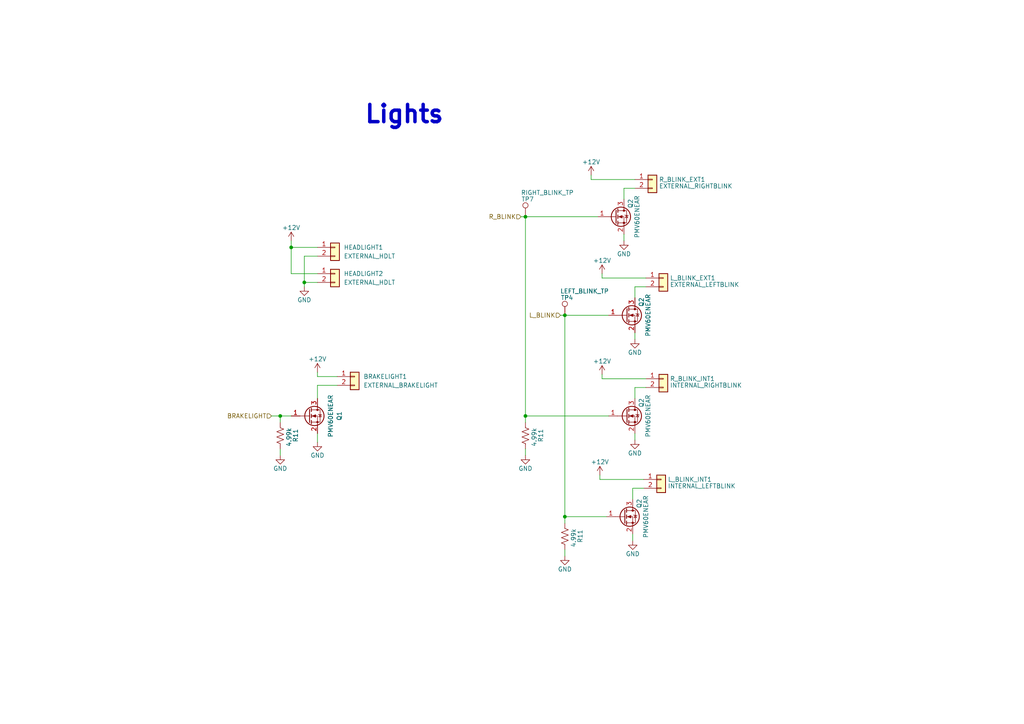
<source format=kicad_sch>
(kicad_sch (version 20230121) (generator eeschema)
  (paper "A4")
  (lib_symbols
    (symbol "Connector:TestPoint" (pin_numbers hide) (pin_names (offset 0.762) hide)
      (property "Reference" "TP" (at 0 6.858 0))
      (property "Value" "TestPoint" (at 0 5.08 0))
      (symbol "TestPoint_0_1"
        (circle (center 0 3.302) (radius 0.762))
      )
      (symbol "TestPoint_1_1"
        (pin passive line (at 0 0 90) (length 2.54) (name "1") (number "1"))
      )
    )
    (symbol "Connector_Generic:Conn_01x02" (pin_names (offset 1.016) hide)
      (property "Reference" "J" (at 0 2.54 0))
      (property "Value" "Conn_01x02" (at 0 -5.08 0))
      (symbol "Conn_01x02_1_1"
        (rectangle (start -1.27 -2.413) (end 0 -2.667) (stroke (width 0.1524)))
        (rectangle (start -1.27 0.127) (end 0 -0.127) (stroke (width 0.1524)))
        (rectangle (start -1.27 1.27) (end 1.27 -3.81) (stroke (width 0.254)) (fill (type background)))
        (pin passive line (at -5.08 0 0) (length 3.81) (name "Pin_1") (number "1"))
        (pin passive line (at -5.08 -2.54 0) (length 3.81) (name "Pin_2") (number "2"))
      )
    )
    (symbol "Device:R_US" (pin_numbers hide) (pin_names (offset 0))
      (property "Reference" "R" (at 2.54 0 90))
      (property "Value" "R_US" (at -2.54 0 90))
      (symbol "R_US_0_1"
        (polyline (pts (xy 0 -2.286) (xy 0 -2.54)))
        (polyline (pts (xy 0 2.286) (xy 0 2.54)))
        (polyline (pts (xy 0 -0.762) (xy 1.016 -1.143) (xy 0 -1.524) (xy -1.016 -1.905) (xy 0 -2.286)))
        (polyline (pts (xy 0 0.762) (xy 1.016 0.381) (xy 0 0) (xy -1.016 -0.381) (xy 0 -0.762)))
        (polyline (pts (xy 0 2.286) (xy 1.016 1.905) (xy 0 1.524) (xy -1.016 1.143) (xy 0 0.762)))
      )
      (symbol "R_US_1_1"
        (pin passive line (at 0 3.81 270) (length 1.27) (name "~") (number "1"))
        (pin passive line (at 0 -3.81 90) (length 1.27) (name "~") (number "2"))
      )
    )
    (symbol "Transistor_FET:2N7002" (pin_names hide)
      (property "Reference" "Q" (at 5.08 1.905 0))
      (property "Value" "2N7002" (at 5.08 0 0))
      (symbol "2N7002_0_1"
        (polyline (pts (xy 0.254 0) (xy -2.54 0)))
        (polyline (pts (xy 0.254 1.905) (xy 0.254 -1.905)) (stroke (width 0.254)))
        (polyline (pts (xy 0.762 -1.27) (xy 0.762 -2.286)) (stroke (width 0.254)))
        (polyline (pts (xy 0.762 0.508) (xy 0.762 -0.508)) (stroke (width 0.254)))
        (polyline (pts (xy 0.762 2.286) (xy 0.762 1.27)) (stroke (width 0.254)))
        (polyline (pts (xy 2.54 2.54) (xy 2.54 1.778)))
        (polyline (pts (xy 2.54 -2.54) (xy 2.54 0) (xy 0.762 0)))
        (polyline (pts (xy 0.762 -1.778) (xy 3.302 -1.778) (xy 3.302 1.778) (xy 0.762 1.778)))
        (polyline (pts (xy 1.016 0) (xy 2.032 0.381) (xy 2.032 -0.381) (xy 1.016 0)) (fill (type outline)))
        (polyline (pts (xy 2.794 0.508) (xy 2.921 0.381) (xy 3.683 0.381) (xy 3.81 0.254)))
        (polyline (pts (xy 3.302 0.381) (xy 2.921 -0.254) (xy 3.683 -0.254) (xy 3.302 0.381)))
        (circle (center 1.651 0) (radius 2.794) (stroke (width 0.254)))
        (circle (center 2.54 -1.778) (radius 0.254) (fill (type outline)))
        (circle (center 2.54 1.778) (radius 0.254) (fill (type outline)))
      )
      (symbol "2N7002_1_1"
        (pin input line (at -5.08 0 0) (length 2.54) (name "G") (number "1"))
        (pin passive line (at 2.54 -5.08 90) (length 2.54) (name "S") (number "2"))
        (pin passive line (at 2.54 5.08 270) (length 2.54) (name "D") (number "3"))
      )
    )
    (symbol "power:+12V" (power) (pin_names (offset 0))
      (property "Value" "+12V" (at 0 3.556 0))
      (symbol "+12V_0_1"
        (polyline (pts (xy -0.762 1.27) (xy 0 2.54)))
        (polyline (pts (xy 0 0) (xy 0 2.54)))
        (polyline (pts (xy 0 2.54) (xy 0.762 1.27)))
      )
      (symbol "+12V_1_1"
        (pin power_in line (at 0 0 90) (length 0) hide (name "+12V") (number "1"))
      )
    )
    (symbol "power:GND" (power) (pin_names (offset 0))
      (property "Value" "GND" (at 0 -3.81 0))
      (symbol "GND_0_1"
        (polyline (pts (xy 0 0) (xy 0 -1.27) (xy 1.27 -1.27) (xy 0 -2.54) (xy -1.27 -1.27) (xy 0 -1.27)))
      )
      (symbol "GND_1_1"
        (pin power_in line (at 0 0 270) (length 0) hide (name "GND") (number "1"))
      )
    )
  )
  (junction (at 81.28 120.65))
  (junction (at 84.455 71.755))
  (junction (at 152.4 120.65))
  (junction (at 88.265 81.915))
  (junction (at 163.83 91.44))
  (junction (at 163.83 149.86))
  (junction (at 152.4 62.865))
  (wire (pts (xy 184.15 112.395) (xy 187.325 112.395)))
  (wire (pts (xy 173.99 139.065) (xy 186.69 139.065)))
  (wire (pts (xy 163.83 149.86) (xy 175.895 149.86)))
  (wire (pts (xy 92.075 71.755) (xy 84.455 71.755)))
  (wire (pts (xy 151.13 62.865) (xy 152.4 62.865)))
  (wire (pts (xy 92.075 107.95) (xy 92.075 109.22)))
  (wire (pts (xy 183.515 141.605) (xy 183.515 144.78)))
  (wire (pts (xy 84.455 71.755) (xy 84.455 79.375)))
  (wire (pts (xy 173.99 137.795) (xy 173.99 139.065)))
  (wire (pts (xy 88.265 83.185) (xy 88.265 81.915)))
  (wire (pts (xy 92.075 125.73) (xy 92.075 128.27)))
  (wire (pts (xy 163.83 91.44) (xy 163.83 149.86)))
  (wire (pts (xy 84.455 69.85) (xy 84.455 71.755)))
  (wire (pts (xy 81.28 120.65) (xy 81.28 122.555)))
  (wire (pts (xy 174.625 80.645) (xy 187.325 80.645)))
  (wire (pts (xy 184.15 96.52) (xy 184.15 98.425)))
  (wire (pts (xy 92.075 74.295) (xy 88.265 74.295)))
  (wire (pts (xy 171.45 52.07) (xy 184.15 52.07)))
  (wire (pts (xy 152.4 120.65) (xy 152.4 122.555)))
  (wire (pts (xy 163.83 149.86) (xy 163.83 151.765)))
  (wire (pts (xy 81.28 130.175) (xy 81.28 132.08)))
  (wire (pts (xy 92.075 111.76) (xy 97.79 111.76)))
  (wire (pts (xy 88.265 74.295) (xy 88.265 81.915)))
  (wire (pts (xy 184.15 83.185) (xy 184.15 86.36)))
  (wire (pts (xy 176.53 91.44) (xy 163.83 91.44)))
  (wire (pts (xy 180.975 54.61) (xy 180.975 57.785)))
  (wire (pts (xy 174.625 79.375) (xy 174.625 80.645)))
  (wire (pts (xy 152.4 120.65) (xy 176.53 120.65)))
  (wire (pts (xy 183.515 141.605) (xy 186.69 141.605)))
  (wire (pts (xy 78.74 120.65) (xy 81.28 120.65)))
  (wire (pts (xy 180.975 54.61) (xy 184.15 54.61)))
  (wire (pts (xy 162.56 91.44) (xy 163.83 91.44)))
  (wire (pts (xy 174.625 108.585) (xy 174.625 109.855)))
  (wire (pts (xy 184.15 125.73) (xy 184.15 127.635)))
  (wire (pts (xy 163.83 159.385) (xy 163.83 161.29)))
  (wire (pts (xy 173.355 62.865) (xy 152.4 62.865)))
  (wire (pts (xy 184.15 83.185) (xy 187.325 83.185)))
  (wire (pts (xy 152.4 130.175) (xy 152.4 132.08)))
  (wire (pts (xy 184.15 112.395) (xy 184.15 115.57)))
  (wire (pts (xy 92.075 109.22) (xy 97.79 109.22)))
  (wire (pts (xy 183.515 154.94) (xy 183.515 156.845)))
  (wire (pts (xy 152.4 62.865) (xy 152.4 120.65)))
  (wire (pts (xy 171.45 50.8) (xy 171.45 52.07)))
  (wire (pts (xy 81.28 120.65) (xy 84.455 120.65)))
  (wire (pts (xy 92.075 115.57) (xy 92.075 111.76)))
  (wire (pts (xy 174.625 109.855) (xy 187.325 109.855)))
  (wire (pts (xy 84.455 79.375) (xy 92.075 79.375)))
  (wire (pts (xy 180.975 67.945) (xy 180.975 69.85)))
  (wire (pts (xy 88.265 81.915) (xy 92.075 81.915)))
  (text "Lights" (at 105.41 36.195 0) (effects (font (size 5 5) (thickness 1) bold) (justify left bottom)))
  (hierarchical_label "R_BLINK" (shape input) (at 151.13 62.865 180))
  (hierarchical_label "L_BLINK" (shape input) (at 162.56 91.44 180))
  (hierarchical_label "BRAKELIGHT" (shape input) (at 78.74 120.65 180))
  (symbol (lib_id "power:+12V") (at 174.625 108.585 0) (unit 1)
    (property "Reference" "#PWR032" (effects hide))
    (property "Value" "+12V" (at 174.625 104.775 0))
  )
  (symbol (lib_id "power:GND") (at 180.975 69.85 0) (unit 1)
    (property "Reference" "#PWR07" (effects hide))
    (property "Value" "GND" (at 180.975 73.66 0))
  )
  (symbol (lib_id "power:GND") (at 88.265 83.185 0) (unit 1)
    (property "Reference" "#PWR023" (effects hide))
    (property "Value" "GND" (at 88.265 86.995 0))
  )
  (symbol (lib_id "power:GND") (at 183.515 156.845 0) (unit 1)
    (property "Reference" "#PWR029" (effects hide))
    (property "Value" "GND" (at 183.515 160.655 0))
  )
  (symbol (lib_id "Transistor_FET:2N7002") (at 181.61 120.65 0) (unit 1)
    (property "Reference" "Q2" (at 186.055 116.84 90))
    (property "Value" "PMV60ENEAR" (at 187.96 120.65 90))
    (property "Footprint" "Package_TO_SOT_SMD:SOT-23" (effects hide))
    (property "Datasheet" "https://www.mouser.com/datasheet/2/916/PMV60ENEA-1595922.pdf" (effects hide))
    (property "PN" "PMV60ENEAR" (effects hide))
    (property "Mouser PN" "771-PMV60ENEAR" (effects hide))
    (instances (project "Controls-LightingPCB" (path "" (reference "Q2") (unit 1)) (path "" (reference "Q2") (unit 1))) (project "Controls-LeaderDaughterPCB" (path "" (reference "Q4") (unit 1))))
  )
  (symbol (lib_id "Transistor_FET:2N7002") (at 180.975 149.86 0) (unit 1)
    (property "Reference" "Q2" (at 185.42 146.05 90))
    (property "Value" "PMV60ENEAR" (at 187.325 149.86 90))
    (property "Footprint" "Package_TO_SOT_SMD:SOT-23" (effects hide))
    (property "Datasheet" "https://www.mouser.com/datasheet/2/916/PMV60ENEA-1595922.pdf" (effects hide))
    (property "PN" "PMV60ENEAR" (effects hide))
    (property "Mouser PN" "771-PMV60ENEAR" (effects hide))
    (instances (project "Controls-LightingPCB" (path "" (reference "Q2") (unit 1)) (path "" (reference "Q2") (unit 1))) (project "Controls-LeaderDaughterPCB" (path "" (reference "Q5") (unit 1))))
  )
  (symbol (lib_id "Transistor_FET:2N7002") (at 178.435 62.865 0) (unit 1)
    (property "Reference" "Q2" (at 182.88 59.055 90))
    (property "Value" "PMV60ENEAR" (at 184.785 62.865 90))
    (property "Footprint" "Package_TO_SOT_SMD:SOT-23" (effects hide))
    (property "Datasheet" "https://www.mouser.com/datasheet/2/916/PMV60ENEA-1595922.pdf" (effects hide))
    (property "PN" "PMV60ENEAR" (effects hide))
    (property "Mouser PN" "771-PMV60ENEAR" (effects hide))
    (instances (project "Controls-LightingPCB" (path "" (reference "Q2") (unit 1)) (path "" (reference "Q2") (unit 1))) (project "Controls-LeaderDaughterPCB" (path "" (reference "Q3") (unit 1))))
  )
  (symbol (lib_id "power:+12V") (at 174.625 79.375 0) (unit 1)
    (property "Reference" "#PWR026" (effects hide))
    (property "Value" "+12V" (at 174.625 75.565 0))
  )
  (symbol (lib_id "Device:R_US") (at 81.28 126.365 0) (unit 1)
    (property "Reference" "R11" (at 85.725 128.27 90) (effects (justify left)))
    (property "Value" "4.99k" (at 83.82 129.54 90) (effects (justify left)))
    (property "Footprint" "Resistor_SMD:R_0805_2012Metric" (effects hide))
    (property "Datasheet" "https://www.vishay.com/docs/28773/crcwce3.pdf" (effects hide))
    (property "PN" "CRCW08054K99FKEAC" (effects hide))
    (property "Mouser PN" "71-CRCW08054K99FKEAC " (effects hide))
    (instances (project "Dashboard" (path "" (reference "R11") (unit 1))) (project "Controls-LeaderDaughterPCB" (path "" (reference "R26") (unit 1)) (path "" (reference "R3") (unit 1)) (path "" (reference "R16") (unit 1))))
  )
  (symbol (lib_id "power:+12V") (at 84.455 69.85 0) (unit 1)
    (property "Reference" "#PWR035" (effects hide))
    (property "Value" "+12V" (at 84.455 66.04 0))
  )
  (symbol (lib_id "power:+12V") (at 92.075 107.95 0) (unit 1)
    (property "Reference" "#PWR034" (effects hide))
    (property "Value" "+12V" (at 92.075 104.14 0))
  )
  (symbol (lib_id "Connector_Generic:Conn_01x02") (at 102.87 109.22 0) (unit 1)
    (property "Reference" "BRAKELIGHT1" (at 105.41 109.2199 0) (effects (justify left)))
    (property "Value" "EXTERNAL_BRAKELIGHT" (at 105.41 111.7599 0) (effects (justify left)))
    (property "Footprint" "Connector_Molex:Molex_Micro-Fit_3.0_43650-0215_1x02_P3.00mm_Vertical" (effects hide))
    (property "Datasheet" "https://www.molex.com/content/dam/molex/molex-dot-com/products/automated/en-us/productspecificationpdf/436/43650/PS-43650-001.pdf?inline" (effects hide))
    (property "PN" "43650-0215" (effects hide))
    (property "Mouser PN" "538-43650-0215" (effects hide))
  )
  (symbol (lib_id "Device:R_US") (at 152.4 126.365 0) (unit 1)
    (property "Reference" "R11" (at 156.845 128.27 90) (effects (justify left)))
    (property "Value" "4.99k" (at 154.94 129.54 90) (effects (justify left)))
    (property "Footprint" "Resistor_SMD:R_0805_2012Metric" (effects hide))
    (property "Datasheet" "https://www.vishay.com/docs/28773/crcwce3.pdf" (effects hide))
    (property "PN" "CRCW08054K99FKEAC" (effects hide))
    (property "Mouser PN" "71-CRCW08054K99FKEAC " (effects hide))
    (instances (project "Dashboard" (path "" (reference "R11") (unit 1))) (project "Controls-LeaderDaughterPCB" (path "" (reference "R26") (unit 1)) (path "" (reference "R3") (unit 1)) (path "" (reference "R15") (unit 1))))
  )
  (symbol (lib_id "power:GND") (at 81.28 132.08 0) (unit 1)
    (property "Reference" "#PWR031" (effects hide))
    (property "Value" "GND" (at 81.28 135.89 0))
    (instances (project "Controls-LeaderDaughterPCB" (path "" (reference "#PWR031") (unit 1)) (path "" (reference "#PWR039") (unit 1))))
  )
  (symbol (lib_id "power:+12V") (at 171.45 50.8 0) (unit 1)
    (property "Reference" "#PWR024" (effects hide))
    (property "Value" "+12V" (at 171.45 46.99 0))
  )
  (symbol (lib_id "Connector_Generic:Conn_01x02") (at 191.77 139.065 0) (unit 1)
    (property "Reference" "L_BLINK_INT1" (at 193.675 139.065 0) (effects (justify left)))
    (property "Value" "INTERNAL_LEFTBLINK" (at 193.675 140.97 0) (effects (justify left)))
    (property "Footprint" "Connector_Molex:Molex_Micro-Fit_3.0_43650-0215_1x02_P3.00mm_Vertical" (effects hide))
    (property "Datasheet" "https://www.molex.com/content/dam/molex/molex-dot-com/products/automated/en-us/productspecificationpdf/436/43650/PS-43650-001.pdf?inline" (effects hide))
    (property "PN" "43650-0215" (effects hide))
    (property "Mouser PN" "538-43650-0215" (effects hide))
  )
  (symbol (lib_id "Connector:TestPoint") (at 152.4 62.865 0) (unit 1)
    (property "Reference" "TP7" (at 153.035 57.785 0))
    (property "Value" "RIGHT_BLINK_TP" (at 158.75 55.88 0))
    (property "Footprint" "TestPoint:TestPoint_Pad_1.5x1.5mm" (effects hide))
    (instances (project "Controls-LightingPCB" (path "" (reference "TP7") (unit 1))) (project "Controls-LeaderDaughterPCB" (path "" (reference "TP6") (unit 1)) (path "" (reference "TP4") (unit 1))))
  )
  (symbol (lib_id "Connector_Generic:Conn_01x02") (at 192.405 109.855 0) (unit 1)
    (property "Reference" "R_BLINK_INT1" (at 194.31 109.855 0) (effects (justify left)))
    (property "Value" "INTERNAL_RIGHTBLINK" (at 194.31 111.76 0) (effects (justify left)))
    (property "Footprint" "Connector_Molex:Molex_Micro-Fit_3.0_43650-0215_1x02_P3.00mm_Vertical" (effects hide))
    (property "Datasheet" "https://www.molex.com/content/dam/molex/molex-dot-com/products/automated/en-us/productspecificationpdf/436/43650/PS-43650-001.pdf?inline" (effects hide))
    (property "PN" "43650-0215" (effects hide))
    (property "Mouser PN" "538-43650-0215" (effects hide))
  )
  (symbol (lib_id "power:GND") (at 184.15 127.635 0) (unit 1)
    (property "Reference" "#PWR027" (effects hide))
    (property "Value" "GND" (at 184.15 131.445 0))
  )
  (symbol (lib_id "Connector:TestPoint") (at 163.83 91.44 0) (unit 1)
    (property "Reference" "TP4" (at 164.465 86.36 0))
    (property "Value" "LEFT_BLINK_TP" (at 169.545 84.455 0))
    (property "Footprint" "TestPoint:TestPoint_Pad_1.5x1.5mm" (effects hide))
    (instances (project "Controls-LightingPCB" (path "" (reference "TP4") (unit 1))) (project "Controls-LeaderDaughterPCB" (path "" (reference "TP7") (unit 1)) (path "" (reference "TP5") (unit 1))))
  )
  (symbol (lib_id "Transistor_FET:2N7002") (at 181.61 91.44 0) (unit 1)
    (property "Reference" "Q2" (at 186.055 87.63 90))
    (property "Value" "PMV60ENEAR" (at 187.96 91.44 90))
    (property "Footprint" "Package_TO_SOT_SMD:SOT-23" (effects hide))
    (property "Datasheet" "https://www.mouser.com/datasheet/2/916/PMV60ENEA-1595922.pdf" (effects hide))
    (property "PN" "PMV60ENEAR" (effects hide))
    (property "Mouser PN" "771-PMV60ENEAR" (effects hide))
    (instances (project "Controls-LightingPCB" (path "" (reference "Q2") (unit 1)) (path "" (reference "Q2") (unit 1))) (project "Controls-LeaderDaughterPCB" (path "" (reference "Q6") (unit 1))))
  )
  (symbol (lib_id "Connector_Generic:Conn_01x02") (at 189.23 52.07 0) (unit 1)
    (property "Reference" "R_BLINK_EXT1" (at 191.135 52.07 0) (effects (justify left)))
    (property "Value" "EXTERNAL_RIGHTBLINK" (at 191.135 53.975 0) (effects (justify left)))
    (property "Footprint" "Connector_Molex:Molex_Micro-Fit_3.0_43650-0215_1x02_P3.00mm_Vertical" (effects hide))
    (property "Datasheet" "https://www.molex.com/content/dam/molex/molex-dot-com/products/automated/en-us/productspecificationpdf/436/43650/PS-43650-001.pdf?inline" (effects hide))
    (property "PN" "43650-0215" (effects hide))
    (property "Mouser PN" "538-43650-0215" (effects hide))
  )
  (symbol (lib_id "Connector_Generic:Conn_01x02") (at 97.155 71.755 0) (unit 1)
    (property "Reference" "HEADLIGHT1" (at 99.695 71.7549 0) (effects (justify left)))
    (property "Value" "EXTERNAL_HDLT" (at 99.695 74.2949 0) (effects (justify left)))
    (property "Footprint" "Connector_Molex:Molex_Micro-Fit_3.0_43650-0215_1x02_P3.00mm_Vertical" (effects hide))
    (property "Datasheet" "https://www.molex.com/content/dam/molex/molex-dot-com/products/automated/en-us/productspecificationpdf/436/43650/PS-43650-001.pdf?inline" (effects hide))
    (property "PN" "43650-0215" (effects hide))
    (property "Mouser PN" "538-43650-0215" (effects hide))
  )
  (symbol (lib_id "power:GND") (at 163.83 161.29 0) (unit 1)
    (property "Reference" "#PWR031" (effects hide))
    (property "Value" "GND" (at 163.83 165.1 0))
    (instances (project "Controls-LeaderDaughterPCB" (path "" (reference "#PWR031") (unit 1)) (path "" (reference "#PWR033") (unit 1))))
  )
  (symbol (lib_id "power:GND") (at 184.15 98.425 0) (unit 1)
    (property "Reference" "#PWR025" (effects hide))
    (property "Value" "GND" (at 184.15 102.235 0))
  )
  (symbol (lib_id "Transistor_FET:2N7002") (at 89.535 120.65 0) (unit 1)
    (property "Reference" "Q1" (at 98.425 120.65 90))
    (property "Value" "PMV60ENEAR" (at 95.885 120.65 90))
    (property "Footprint" "Package_TO_SOT_SMD:SOT-23" (effects hide))
    (property "Datasheet" "https://www.mouser.com/datasheet/2/916/PMV60ENEA-1595922.pdf" (effects hide))
    (property "PN" "PMV60ENEAR" (effects hide))
    (property "Mouser PN" "771-PMV60ENEAR" (effects hide))
    (instances (project "Controls-LightingPCB" (path "" (reference "Q1") (unit 1)) (path "" (reference "Q1") (unit 1))) (project "Controls-LeaderDaughterPCB" (path "" (reference "Q2") (unit 1))))
  )
  (symbol (lib_id "Connector_Generic:Conn_01x02") (at 192.405 80.645 0) (unit 1)
    (property "Reference" "L_BLINK_EXT1" (at 194.31 80.645 0) (effects (justify left)))
    (property "Value" "EXTERNAL_LEFTBLINK" (at 194.31 82.55 0) (effects (justify left)))
    (property "Footprint" "Connector_Molex:Molex_Micro-Fit_3.0_43650-0215_1x02_P3.00mm_Vertical" (effects hide))
    (property "Datasheet" "https://www.molex.com/content/dam/molex/molex-dot-com/products/automated/en-us/productspecificationpdf/436/43650/PS-43650-001.pdf?inline" (effects hide))
    (property "PN" "43650-0215" (effects hide))
    (property "Mouser PN" "538-43650-0215" (effects hide))
  )
  (symbol (lib_id "power:GND") (at 92.075 128.27 0) (unit 1)
    (property "Reference" "#PWR028" (effects hide))
    (property "Value" "GND" (at 92.075 132.08 0))
  )
  (symbol (lib_id "Device:R_US") (at 163.83 155.575 0) (unit 1)
    (property "Reference" "R11" (at 168.275 157.48 90) (effects (justify left)))
    (property "Value" "4.99k" (at 166.37 158.75 90) (effects (justify left)))
    (property "Footprint" "Resistor_SMD:R_0805_2012Metric" (effects hide))
    (property "Datasheet" "https://www.vishay.com/docs/28773/crcwce3.pdf" (effects hide))
    (property "PN" "CRCW08054K99FKEAC" (effects hide))
    (property "Mouser PN" "71-CRCW08054K99FKEAC " (effects hide))
    (instances (project "Dashboard" (path "" (reference "R11") (unit 1))) (project "Controls-LeaderDaughterPCB" (path "" (reference "R26") (unit 1)) (path "" (reference "R3") (unit 1)) (path "" (reference "R11") (unit 1))))
  )
  (symbol (lib_id "power:GND") (at 152.4 132.08 0) (unit 1)
    (property "Reference" "#PWR031" (effects hide))
    (property "Value" "GND" (at 152.4 135.89 0))
    (instances (project "Controls-LeaderDaughterPCB" (path "" (reference "#PWR031") (unit 1)) (path "" (reference "#PWR037") (unit 1))))
  )
  (symbol (lib_id "Connector_Generic:Conn_01x02") (at 97.155 79.375 0) (unit 1)
    (property "Reference" "HEADLIGHT2" (at 99.695 79.3749 0) (effects (justify left)))
    (property "Value" "EXTERNAL_HDLT" (at 99.695 81.9149 0) (effects (justify left)))
    (property "Footprint" "Connector_Molex:Molex_Micro-Fit_3.0_43650-0215_1x02_P3.00mm_Vertical" (effects hide))
    (property "Datasheet" "https://www.molex.com/content/dam/molex/molex-dot-com/products/automated/en-us/productspecificationpdf/436/43650/PS-43650-001.pdf?inline" (effects hide))
    (property "PN" "43650-0215" (effects hide))
    (property "Mouser PN" "538-43650-0215" (effects hide))
  )
  (symbol (lib_id "power:+12V") (at 173.99 137.795 0) (unit 1)
    (property "Reference" "#PWR036" (effects hide))
    (property "Value" "+12V" (at 173.99 133.985 0))
  )
)
</source>
